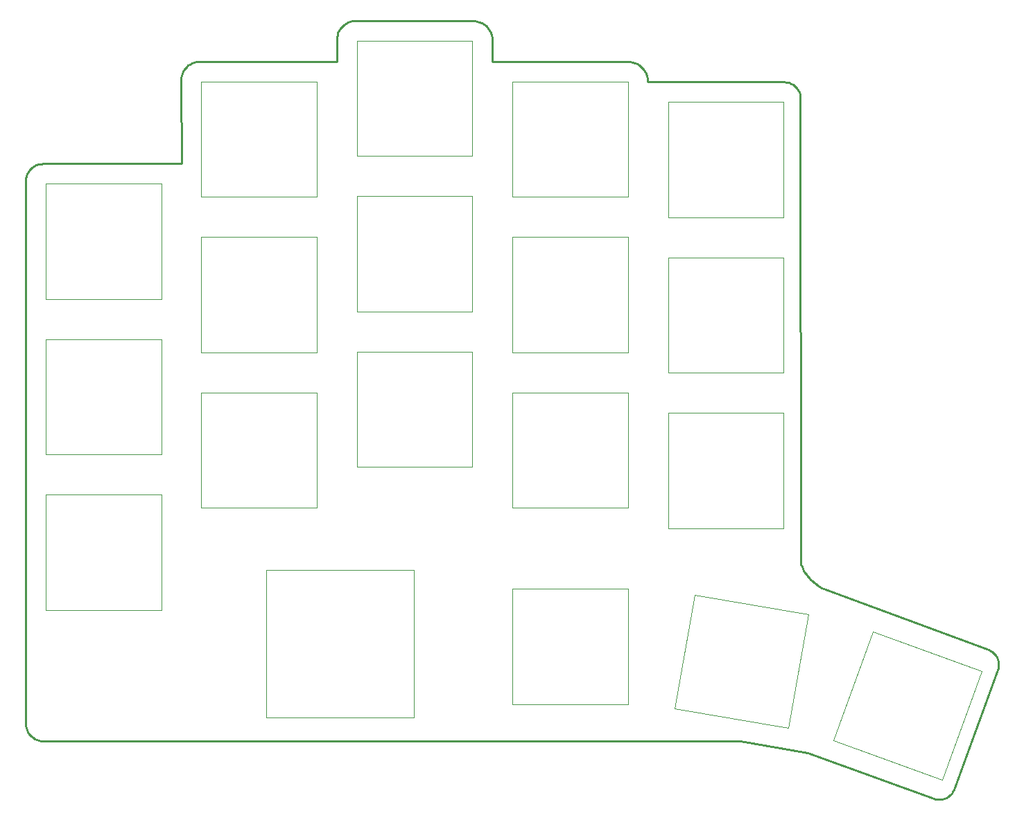
<source format=gbr>
%TF.GenerationSoftware,KiCad,Pcbnew,(5.1.10)-1*%
%TF.CreationDate,2021-12-10T08:59:27-08:00*%
%TF.ProjectId,5col-switchplate-encoder,35636f6c-2d73-4776-9974-6368706c6174,rev?*%
%TF.SameCoordinates,Original*%
%TF.FileFunction,Profile,NP*%
%FSLAX46Y46*%
G04 Gerber Fmt 4.6, Leading zero omitted, Abs format (unit mm)*
G04 Created by KiCad (PCBNEW (5.1.10)-1) date 2021-12-10 08:59:27*
%MOMM*%
%LPD*%
G01*
G04 APERTURE LIST*
%TA.AperFunction,Profile*%
%ADD10C,0.050000*%
%TD*%
%TA.AperFunction,Profile*%
%ADD11C,0.250000*%
%TD*%
G04 APERTURE END LIST*
D10*
X133193918Y-101191290D02*
X130745479Y-115077079D01*
X130745479Y-115077079D02*
X144631268Y-117525518D01*
X147079707Y-103639729D02*
X133193918Y-101191290D01*
X144631268Y-117525518D02*
X147079707Y-103639729D01*
X163416184Y-123824479D02*
X168238668Y-110574813D01*
X150166518Y-119001995D02*
X163416184Y-123824479D01*
X168238668Y-110574813D02*
X154989002Y-105752329D01*
X154989002Y-105752329D02*
X150166518Y-119001995D01*
X110942593Y-114578404D02*
X125042593Y-114578404D01*
X125042593Y-100478404D02*
X110942593Y-100478404D01*
X125042593Y-114578404D02*
X125042593Y-100478404D01*
X110942593Y-100478404D02*
X110942593Y-114578404D01*
X98862593Y-116258404D02*
X98862593Y-98224404D01*
X98862593Y-98224404D02*
X80828593Y-98224404D01*
X80828593Y-98224404D02*
X80828593Y-116258404D01*
X80828593Y-116258404D02*
X98862593Y-116258404D01*
X144042593Y-93078404D02*
X144042593Y-78978404D01*
X129942593Y-78978404D02*
X129942593Y-93078404D01*
X129942593Y-93078404D02*
X144042593Y-93078404D01*
X144042593Y-78978404D02*
X129942593Y-78978404D01*
X144042593Y-74078404D02*
X144042593Y-59978404D01*
X129942593Y-55078404D02*
X144042593Y-55078404D01*
X144042593Y-40978404D02*
X129942593Y-40978404D01*
X144042593Y-55078404D02*
X144042593Y-40978404D01*
X144042593Y-59978404D02*
X129942593Y-59978404D01*
X129942593Y-74078404D02*
X144042593Y-74078404D01*
X129942593Y-40978404D02*
X129942593Y-55078404D01*
X106042593Y-47578404D02*
X106042593Y-33478404D01*
X110942593Y-38478404D02*
X110942593Y-52578404D01*
X125042593Y-52578404D02*
X125042593Y-38478404D01*
X91942593Y-47578404D02*
X106042593Y-47578404D01*
X91942593Y-33478404D02*
X91942593Y-47578404D01*
X72942593Y-38478404D02*
X72942593Y-52578404D01*
X87042593Y-52578404D02*
X87042593Y-38478404D01*
X129942593Y-59978404D02*
X129942593Y-74078404D01*
X110942593Y-57478404D02*
X110942593Y-71578404D01*
X110942593Y-71578404D02*
X125042593Y-71578404D01*
X72942593Y-57478404D02*
X72942593Y-71578404D01*
X91942593Y-71478404D02*
X91942593Y-85578404D01*
X125042593Y-71578404D02*
X125042593Y-57478404D01*
X106042593Y-71478404D02*
X91942593Y-71478404D01*
X106042593Y-85578404D02*
X106042593Y-71478404D01*
X68042593Y-84078404D02*
X68042593Y-69978404D01*
X87042593Y-71578404D02*
X87042593Y-57478404D01*
X68042593Y-69978404D02*
X53942593Y-69978404D01*
X72942593Y-71578404D02*
X87042593Y-71578404D01*
X72942593Y-76478404D02*
X72942593Y-90578404D01*
X91942593Y-85578404D02*
X106042593Y-85578404D01*
X72942593Y-90578404D02*
X87042593Y-90578404D01*
X87042593Y-76478404D02*
X72942593Y-76478404D01*
X87042593Y-90578404D02*
X87042593Y-76478404D01*
X68042593Y-103078404D02*
X68042593Y-88978404D01*
X53942593Y-103078404D02*
X68042593Y-103078404D01*
X53942593Y-84078404D02*
X68042593Y-84078404D01*
X68042593Y-88978404D02*
X53942593Y-88978404D01*
X110942593Y-76478404D02*
X110942593Y-90578404D01*
X125042593Y-76478404D02*
X110942593Y-76478404D01*
X125042593Y-90578404D02*
X125042593Y-76478404D01*
X110942593Y-90578404D02*
X125042593Y-90578404D01*
X125042593Y-57478404D02*
X110942593Y-57478404D01*
X106042593Y-52478404D02*
X91942593Y-52478404D01*
X106042593Y-66578404D02*
X106042593Y-52478404D01*
X110942593Y-52578404D02*
X125042593Y-52578404D01*
X91942593Y-66578404D02*
X106042593Y-66578404D01*
X125042593Y-38478404D02*
X110942593Y-38478404D01*
X106042593Y-33478404D02*
X91942593Y-33478404D01*
X91942593Y-52478404D02*
X91942593Y-66578404D01*
X72942593Y-52578404D02*
X87042593Y-52578404D01*
X87042593Y-57478404D02*
X72942593Y-57478404D01*
X87042593Y-38478404D02*
X72942593Y-38478404D01*
X53942593Y-65078404D02*
X68042593Y-65078404D01*
X53942593Y-88978404D02*
X53942593Y-103078404D01*
X53942593Y-69978404D02*
X53942593Y-84078404D01*
X68042593Y-65078404D02*
X68042593Y-50978404D01*
X53942593Y-50978404D02*
X53942593Y-65078404D01*
X68042593Y-50978404D02*
X53942593Y-50978404D01*
D11*
X148900593Y-100510404D02*
X148663172Y-100376573D01*
X148663172Y-100376573D02*
X148429738Y-100232140D01*
X148429738Y-100232140D02*
X148201230Y-100077305D01*
X148201230Y-100077305D02*
X147978589Y-99912266D01*
X147978589Y-99912266D02*
X147762754Y-99737223D01*
X147762754Y-99737223D02*
X147554665Y-99552375D01*
X147554665Y-99552375D02*
X147355262Y-99357920D01*
X147355262Y-99357920D02*
X147165485Y-99154058D01*
X147165485Y-99154058D02*
X146986274Y-98940988D01*
X146986274Y-98940988D02*
X146818569Y-98718910D01*
X146818569Y-98718910D02*
X146663309Y-98488022D01*
X146663309Y-98488022D02*
X146521435Y-98248523D01*
X146521435Y-98248523D02*
X146393887Y-98000612D01*
X146393887Y-98000612D02*
X146281603Y-97744490D01*
X146281603Y-97744490D02*
X146185525Y-97480354D01*
X146185525Y-97480354D02*
X146106593Y-97208404D01*
X127462596Y-38525458D02*
X144074593Y-38521704D01*
X52107378Y-118442147D02*
X51928159Y-118239278D01*
X51928159Y-118239278D02*
X51776485Y-118017769D01*
X51776485Y-118017769D02*
X51653517Y-117780428D01*
X51653517Y-117780428D02*
X51560417Y-117530061D01*
X51560417Y-117530061D02*
X51498348Y-117269476D01*
X51498348Y-117269476D02*
X51468471Y-117001478D01*
X51468471Y-117001478D02*
X51465795Y-116892833D01*
X162413393Y-126126304D02*
X146983414Y-120510248D01*
X146983414Y-120510248D02*
X138740593Y-119076352D01*
X138740593Y-119076352D02*
X53656647Y-119083807D01*
X51465795Y-116892833D02*
X51460425Y-50682975D01*
X53656647Y-119083807D02*
X53386471Y-119067120D01*
X53386471Y-119067120D02*
X53122587Y-119017775D01*
X53122587Y-119017775D02*
X52867801Y-118936934D01*
X52867801Y-118936934D02*
X52624921Y-118825761D01*
X52624921Y-118825761D02*
X52396752Y-118685418D01*
X52396752Y-118685418D02*
X52186103Y-118517068D01*
X52186103Y-118517068D02*
X52107378Y-118442147D01*
X89511871Y-36027018D02*
X89484135Y-33331526D01*
X70511889Y-48525643D02*
X70471881Y-38284649D01*
X106005278Y-31025537D02*
X106313215Y-31044701D01*
X106313215Y-31044701D02*
X106613888Y-31101315D01*
X106613888Y-31101315D02*
X106904061Y-31194028D01*
X106904061Y-31194028D02*
X107180498Y-31321490D01*
X107180498Y-31321490D02*
X107439962Y-31482351D01*
X107439962Y-31482351D02*
X107679218Y-31675260D01*
X107679218Y-31675260D02*
X107768538Y-31761096D01*
X126761564Y-36762361D02*
X126962212Y-36994499D01*
X126962212Y-36994499D02*
X127130979Y-37247640D01*
X127130979Y-37247640D02*
X127266564Y-37518502D01*
X127266564Y-37518502D02*
X127367664Y-37803801D01*
X127367664Y-37803801D02*
X127432977Y-38100256D01*
X127432977Y-38100256D02*
X127461201Y-38404585D01*
X127461201Y-38404585D02*
X127461814Y-38527787D01*
X72720645Y-36027071D02*
X89511871Y-36027018D01*
X71127405Y-36688835D02*
X71335810Y-36504045D01*
X71335810Y-36504045D02*
X71563483Y-36347632D01*
X71563483Y-36347632D02*
X71807524Y-36220801D01*
X71807524Y-36220801D02*
X72065032Y-36124756D01*
X72065032Y-36124756D02*
X72333107Y-36060703D01*
X72333107Y-36060703D02*
X72608850Y-36029848D01*
X72608850Y-36029848D02*
X72720645Y-36027071D01*
X91765892Y-31026073D02*
X106005278Y-31025537D01*
X51460425Y-50682975D02*
X51485301Y-50354530D01*
X51485301Y-50354530D02*
X51557434Y-50041640D01*
X51557434Y-50041640D02*
X51673165Y-49747961D01*
X51673165Y-49747961D02*
X51828835Y-49477152D01*
X51828835Y-49477152D02*
X52020786Y-49232871D01*
X52020786Y-49232871D02*
X52245360Y-49018776D01*
X52245360Y-49018776D02*
X52498898Y-48838525D01*
X52498898Y-48838525D02*
X52777742Y-48695775D01*
X52777742Y-48695775D02*
X53078234Y-48594186D01*
X53078234Y-48594186D02*
X53396715Y-48537414D01*
X53396715Y-48537414D02*
X53617224Y-48526272D01*
X108486229Y-33531712D02*
X108460889Y-36027407D01*
X125010556Y-36026790D02*
X125316792Y-36045966D01*
X125316792Y-36045966D02*
X125615713Y-36102614D01*
X125615713Y-36102614D02*
X125904065Y-36195366D01*
X125904065Y-36195366D02*
X126178591Y-36322853D01*
X126178591Y-36322853D02*
X126436035Y-36483708D01*
X126436035Y-36483708D02*
X126673144Y-36676564D01*
X126673144Y-36676564D02*
X126761564Y-36762361D01*
X107768538Y-31761096D02*
X107971552Y-31993428D01*
X107971552Y-31993428D02*
X108142841Y-32246945D01*
X108142841Y-32246945D02*
X108281087Y-32518395D01*
X108281087Y-32518395D02*
X108384974Y-32804530D01*
X108384974Y-32804530D02*
X108453183Y-33102097D01*
X108453183Y-33102097D02*
X108484397Y-33407848D01*
X108484397Y-33407848D02*
X108486229Y-33531712D01*
X90144071Y-31702802D02*
X90355854Y-31513892D01*
X90355854Y-31513892D02*
X90587422Y-31353964D01*
X90587422Y-31353964D02*
X90835796Y-31224261D01*
X90835796Y-31224261D02*
X91097999Y-31126024D01*
X91097999Y-31126024D02*
X91371053Y-31060496D01*
X91371053Y-31060496D02*
X91651982Y-31028919D01*
X91651982Y-31028919D02*
X91765892Y-31026073D01*
X70471881Y-38284649D02*
X70488034Y-38006588D01*
X70488034Y-38006588D02*
X70537891Y-37734902D01*
X70537891Y-37734902D02*
X70620257Y-37472494D01*
X70620257Y-37472494D02*
X70733940Y-37222271D01*
X70733940Y-37222271D02*
X70877745Y-36987138D01*
X70877745Y-36987138D02*
X71050478Y-36770000D01*
X71050478Y-36770000D02*
X71127405Y-36688835D01*
X108460889Y-36027407D02*
X125010556Y-36026790D01*
X89484135Y-33331526D02*
X89498856Y-33048112D01*
X89498856Y-33048112D02*
X89548092Y-32771026D01*
X89548092Y-32771026D02*
X89630632Y-32503259D01*
X89630632Y-32503259D02*
X89745264Y-32247799D01*
X89745264Y-32247799D02*
X89890778Y-32007637D01*
X89890778Y-32007637D02*
X90065961Y-31785762D01*
X90065961Y-31785762D02*
X90144071Y-31702802D01*
X53617224Y-48526272D02*
X70511889Y-48525643D01*
X169055493Y-107939904D02*
X148900593Y-100510404D01*
X164836161Y-124992600D02*
X170189197Y-110362672D01*
X169055493Y-107939904D02*
X169318602Y-108058808D01*
X169318602Y-108058808D02*
X169554800Y-108211934D01*
X169554800Y-108211934D02*
X169762171Y-108395186D01*
X169762171Y-108395186D02*
X169938798Y-108604470D01*
X169938798Y-108604470D02*
X170082766Y-108835692D01*
X170082766Y-108835692D02*
X170192159Y-109084757D01*
X170192159Y-109084757D02*
X170265060Y-109347570D01*
X170265060Y-109347570D02*
X170299554Y-109620037D01*
X170299554Y-109620037D02*
X170293724Y-109898063D01*
X170293724Y-109898063D02*
X170245655Y-110177553D01*
X170245655Y-110177553D02*
X170189197Y-110362672D01*
X164836161Y-124992600D02*
X164717256Y-125255709D01*
X164717256Y-125255709D02*
X164564130Y-125491907D01*
X164564130Y-125491907D02*
X164380878Y-125699278D01*
X164380878Y-125699278D02*
X164171594Y-125875905D01*
X164171594Y-125875905D02*
X163940372Y-126019873D01*
X163940372Y-126019873D02*
X163691307Y-126129266D01*
X163691307Y-126129266D02*
X163428494Y-126202167D01*
X163428494Y-126202167D02*
X163156027Y-126236661D01*
X163156027Y-126236661D02*
X162878001Y-126230831D01*
X162878001Y-126230831D02*
X162598511Y-126182762D01*
X162598511Y-126182762D02*
X162413393Y-126126304D01*
X144074593Y-38521704D02*
X144384520Y-38545166D01*
X144384520Y-38545166D02*
X144679710Y-38613304D01*
X144679710Y-38613304D02*
X144956646Y-38722745D01*
X144956646Y-38722745D02*
X145211812Y-38870118D01*
X145211812Y-38870118D02*
X145441691Y-39052050D01*
X145441691Y-39052050D02*
X145642768Y-39265169D01*
X145642768Y-39265169D02*
X145811525Y-39506102D01*
X145811525Y-39506102D02*
X145944447Y-39771477D01*
X145944447Y-39771477D02*
X146038018Y-40057922D01*
X146038018Y-40057922D02*
X146088721Y-40362064D01*
X146088721Y-40362064D02*
X146096972Y-40572992D01*
X146096972Y-40572992D02*
X146106593Y-97208404D01*
M02*

</source>
